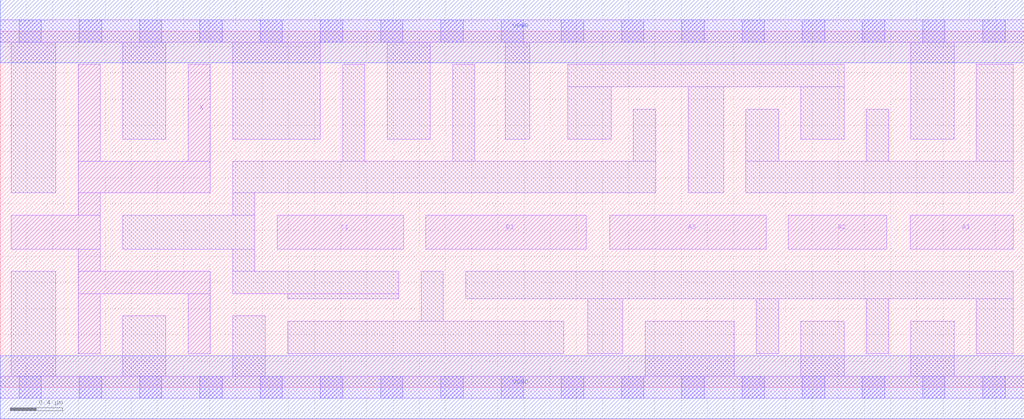
<source format=lef>
# Copyright 2020 The SkyWater PDK Authors
#
# Licensed under the Apache License, Version 2.0 (the "License");
# you may not use this file except in compliance with the License.
# You may obtain a copy of the License at
#
#     https://www.apache.org/licenses/LICENSE-2.0
#
# Unless required by applicable law or agreed to in writing, software
# distributed under the License is distributed on an "AS IS" BASIS,
# WITHOUT WARRANTIES OR CONDITIONS OF ANY KIND, either express or implied.
# See the License for the specific language governing permissions and
# limitations under the License.
#
# SPDX-License-Identifier: Apache-2.0

VERSION 5.7 ;
  NAMESCASESENSITIVE ON ;
  NOWIREEXTENSIONATPIN ON ;
  DIVIDERCHAR "/" ;
  BUSBITCHARS "[]" ;
UNITS
  DATABASE MICRONS 200 ;
END UNITS
MACRO sky130_fd_sc_hd__o311a_4
  CLASS CORE ;
  SOURCE USER ;
  FOREIGN sky130_fd_sc_hd__o311a_4 ;
  ORIGIN  0.000000  0.000000 ;
  SIZE  7.820000 BY  2.720000 ;
  SYMMETRY X Y R90 ;
  SITE unithd ;
  PIN A1
    ANTENNAGATEAREA  0.495000 ;
    DIRECTION INPUT ;
    USE SIGNAL ;
    PORT
      LAYER li1 ;
        RECT 6.950000 1.055000 7.735000 1.315000 ;
    END
  END A1
  PIN A2
    ANTENNAGATEAREA  0.495000 ;
    DIRECTION INPUT ;
    USE SIGNAL ;
    PORT
      LAYER li1 ;
        RECT 6.020000 1.055000 6.770000 1.315000 ;
    END
  END A2
  PIN A3
    ANTENNAGATEAREA  0.495000 ;
    DIRECTION INPUT ;
    USE SIGNAL ;
    PORT
      LAYER li1 ;
        RECT 4.655000 1.055000 5.850000 1.315000 ;
    END
  END A3
  PIN B1
    ANTENNAGATEAREA  0.495000 ;
    DIRECTION INPUT ;
    USE SIGNAL ;
    PORT
      LAYER li1 ;
        RECT 3.250000 1.055000 4.475000 1.315000 ;
    END
  END B1
  PIN C1
    ANTENNAGATEAREA  0.495000 ;
    DIRECTION INPUT ;
    USE SIGNAL ;
    PORT
      LAYER li1 ;
        RECT 2.115000 1.055000 3.080000 1.315000 ;
    END
  END C1
  PIN X
    ANTENNADIFFAREA  0.891000 ;
    DIRECTION OUTPUT ;
    USE SIGNAL ;
    PORT
      LAYER li1 ;
        RECT 0.085000 1.055000 0.765000 1.315000 ;
        RECT 0.595000 0.255000 0.765000 0.715000 ;
        RECT 0.595000 0.715000 1.605000 0.885000 ;
        RECT 0.595000 0.885000 0.765000 1.055000 ;
        RECT 0.595000 1.315000 0.765000 1.485000 ;
        RECT 0.595000 1.485000 1.605000 1.725000 ;
        RECT 0.595000 1.725000 0.765000 2.465000 ;
        RECT 1.435000 0.255000 1.605000 0.715000 ;
        RECT 1.435000 1.725000 1.605000 2.465000 ;
    END
  END X
  PIN VGND
    DIRECTION INOUT ;
    SHAPE ABUTMENT ;
    USE GROUND ;
    PORT
      LAYER met1 ;
        RECT 0.000000 -0.240000 7.820000 0.240000 ;
    END
  END VGND
  PIN VPWR
    DIRECTION INOUT ;
    SHAPE ABUTMENT ;
    USE POWER ;
    PORT
      LAYER met1 ;
        RECT 0.000000 2.480000 7.820000 2.960000 ;
    END
  END VPWR
  OBS
    LAYER li1 ;
      RECT 0.000000 -0.085000 7.820000 0.085000 ;
      RECT 0.000000  2.635000 7.820000 2.805000 ;
      RECT 0.085000  0.085000 0.425000 0.885000 ;
      RECT 0.085000  1.485000 0.425000 2.635000 ;
      RECT 0.935000  0.085000 1.265000 0.545000 ;
      RECT 0.935000  1.055000 1.945000 1.315000 ;
      RECT 0.935000  1.895000 1.265000 2.635000 ;
      RECT 1.775000  0.085000 2.025000 0.545000 ;
      RECT 1.775000  0.715000 3.045000 0.885000 ;
      RECT 1.775000  0.885000 1.945000 1.055000 ;
      RECT 1.775000  1.315000 1.945000 1.485000 ;
      RECT 1.775000  1.485000 5.005000 1.725000 ;
      RECT 1.775000  1.895000 2.445000 2.635000 ;
      RECT 2.195000  0.255000 4.305000 0.505000 ;
      RECT 2.195000  0.675000 3.045000 0.715000 ;
      RECT 2.615000  1.725000 2.785000 2.465000 ;
      RECT 2.955000  1.895000 3.285000 2.635000 ;
      RECT 3.215000  0.505000 3.385000 0.885000 ;
      RECT 3.455000  1.725000 3.625000 2.465000 ;
      RECT 3.555000  0.675000 7.735000 0.885000 ;
      RECT 3.855000  1.895000 4.045000 2.635000 ;
      RECT 4.335000  1.895000 4.665000 2.295000 ;
      RECT 4.335000  2.295000 6.445000 2.465000 ;
      RECT 4.485000  0.255000 4.755000 0.675000 ;
      RECT 4.835000  1.725000 5.005000 2.125000 ;
      RECT 4.925000  0.085000 5.605000 0.505000 ;
      RECT 5.255000  1.485000 5.525000 2.295000 ;
      RECT 5.695000  1.485000 7.735000 1.725000 ;
      RECT 5.695000  1.725000 5.945000 2.125000 ;
      RECT 5.775000  0.255000 5.945000 0.675000 ;
      RECT 6.115000  0.085000 6.445000 0.505000 ;
      RECT 6.115000  1.895000 6.445000 2.295000 ;
      RECT 6.615000  0.255000 6.785000 0.675000 ;
      RECT 6.615000  1.725000 6.785000 2.125000 ;
      RECT 6.955000  0.085000 7.285000 0.505000 ;
      RECT 6.955000  1.895000 7.285000 2.635000 ;
      RECT 7.455000  0.255000 7.735000 0.675000 ;
      RECT 7.455000  1.725000 7.735000 2.465000 ;
    LAYER mcon ;
      RECT 0.145000 -0.085000 0.315000 0.085000 ;
      RECT 0.145000  2.635000 0.315000 2.805000 ;
      RECT 0.605000 -0.085000 0.775000 0.085000 ;
      RECT 0.605000  2.635000 0.775000 2.805000 ;
      RECT 1.065000 -0.085000 1.235000 0.085000 ;
      RECT 1.065000  2.635000 1.235000 2.805000 ;
      RECT 1.525000 -0.085000 1.695000 0.085000 ;
      RECT 1.525000  2.635000 1.695000 2.805000 ;
      RECT 1.985000 -0.085000 2.155000 0.085000 ;
      RECT 1.985000  2.635000 2.155000 2.805000 ;
      RECT 2.445000 -0.085000 2.615000 0.085000 ;
      RECT 2.445000  2.635000 2.615000 2.805000 ;
      RECT 2.905000 -0.085000 3.075000 0.085000 ;
      RECT 2.905000  2.635000 3.075000 2.805000 ;
      RECT 3.365000 -0.085000 3.535000 0.085000 ;
      RECT 3.365000  2.635000 3.535000 2.805000 ;
      RECT 3.825000 -0.085000 3.995000 0.085000 ;
      RECT 3.825000  2.635000 3.995000 2.805000 ;
      RECT 4.285000 -0.085000 4.455000 0.085000 ;
      RECT 4.285000  2.635000 4.455000 2.805000 ;
      RECT 4.745000 -0.085000 4.915000 0.085000 ;
      RECT 4.745000  2.635000 4.915000 2.805000 ;
      RECT 5.205000 -0.085000 5.375000 0.085000 ;
      RECT 5.205000  2.635000 5.375000 2.805000 ;
      RECT 5.665000 -0.085000 5.835000 0.085000 ;
      RECT 5.665000  2.635000 5.835000 2.805000 ;
      RECT 6.125000 -0.085000 6.295000 0.085000 ;
      RECT 6.125000  2.635000 6.295000 2.805000 ;
      RECT 6.585000 -0.085000 6.755000 0.085000 ;
      RECT 6.585000  2.635000 6.755000 2.805000 ;
      RECT 7.045000 -0.085000 7.215000 0.085000 ;
      RECT 7.045000  2.635000 7.215000 2.805000 ;
      RECT 7.505000 -0.085000 7.675000 0.085000 ;
      RECT 7.505000  2.635000 7.675000 2.805000 ;
  END
END sky130_fd_sc_hd__o311a_4
END LIBRARY

</source>
